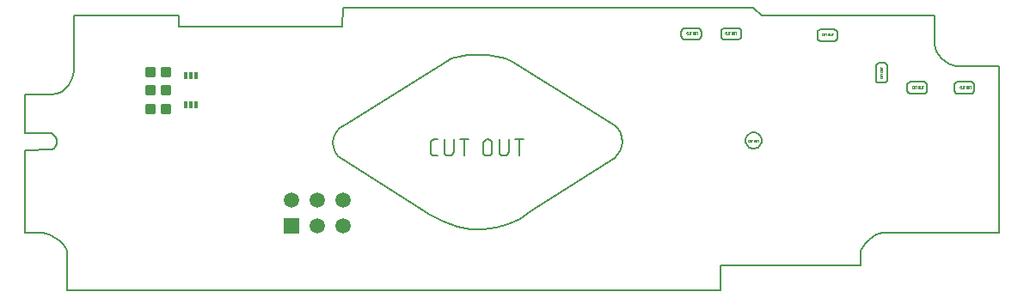
<source format=gbs>
G75*
%MOIN*%
%OFA0B0*%
%FSLAX25Y25*%
%IPPOS*%
%LPD*%
%AMOC8*
5,1,8,0,0,1.08239X$1,22.5*
%
%ADD10C,0.00600*%
%ADD11C,0.00500*%
%ADD12C,0.00800*%
%ADD13C,0.00000*%
%ADD14C,0.00975*%
%ADD15R,0.01581X0.03165*%
%ADD16R,0.01384X0.03165*%
%ADD17R,0.05900X0.05900*%
%ADD18C,0.05900*%
D10*
X0021423Y0038877D02*
X0021423Y0053068D01*
X0021193Y0054223D01*
X0020546Y0055511D01*
X0019546Y0056843D01*
X0018260Y0058131D01*
X0016751Y0059287D01*
X0015086Y0060221D01*
X0013329Y0060847D01*
X0011546Y0061075D01*
X0005020Y0061075D01*
X0005020Y0093285D01*
X0015209Y0093363D01*
X0016100Y0093845D01*
X0016736Y0094600D01*
X0017115Y0095536D01*
X0017240Y0096561D01*
X0017110Y0097585D01*
X0016728Y0098513D01*
X0016094Y0099256D01*
X0015209Y0099720D01*
X0005020Y0099735D01*
X0005020Y0114803D02*
X0015209Y0114803D01*
X0017371Y0115090D01*
X0019206Y0115887D01*
X0020725Y0117096D01*
X0021940Y0118620D01*
X0022864Y0120362D01*
X0023509Y0122225D01*
X0023887Y0124111D01*
X0024010Y0125924D01*
X0024010Y0145461D01*
X0064482Y0145461D02*
X0064482Y0141013D01*
X0127898Y0141164D01*
X0128159Y0148568D01*
X0287331Y0148568D01*
X0290523Y0145461D01*
X0357569Y0145461D01*
X0357592Y0134183D01*
X0357824Y0132969D01*
X0358388Y0131631D01*
X0359236Y0130256D01*
X0360319Y0128933D01*
X0361589Y0127750D01*
X0362996Y0126796D01*
X0364493Y0126160D01*
X0366029Y0125929D01*
X0366305Y0125935D01*
X0382514Y0125924D01*
X0382514Y0061075D01*
X0337320Y0061075D01*
X0336330Y0060907D01*
X0335071Y0060421D01*
X0333666Y0059641D01*
X0332239Y0058595D01*
X0330914Y0057307D01*
X0329814Y0055804D01*
X0329064Y0054111D01*
X0328786Y0052254D01*
X0328786Y0048361D01*
X0274578Y0048361D01*
X0274578Y0038877D01*
X0021423Y0038877D01*
X0126410Y0090966D02*
X0127945Y0089783D01*
X0161985Y0068189D01*
X0167243Y0065449D01*
X0172474Y0063607D01*
X0177638Y0062628D01*
X0182694Y0062478D01*
X0187600Y0063119D01*
X0192316Y0064518D01*
X0196799Y0066639D01*
X0201009Y0069447D01*
X0233615Y0090159D01*
X0234698Y0091402D01*
X0235563Y0092915D01*
X0236162Y0094612D01*
X0236449Y0096404D01*
X0236379Y0098204D01*
X0235903Y0099923D01*
X0234977Y0101475D01*
X0233553Y0102771D01*
X0193820Y0127595D01*
X0191312Y0128804D01*
X0188092Y0129643D01*
X0184420Y0130126D01*
X0180556Y0130263D01*
X0176760Y0130067D01*
X0173294Y0129549D01*
X0170418Y0128721D01*
X0168391Y0127595D01*
X0129125Y0103236D01*
X0127037Y0101738D01*
X0125577Y0099993D01*
X0124709Y0098097D01*
X0124394Y0096150D01*
X0124597Y0094247D01*
X0125282Y0092486D01*
X0126410Y0090966D01*
X0162217Y0092431D02*
X0162217Y0095986D01*
X0162219Y0096060D01*
X0162225Y0096135D01*
X0162235Y0096208D01*
X0162248Y0096282D01*
X0162265Y0096354D01*
X0162287Y0096425D01*
X0162311Y0096496D01*
X0162340Y0096564D01*
X0162372Y0096632D01*
X0162408Y0096697D01*
X0162446Y0096760D01*
X0162489Y0096822D01*
X0162534Y0096881D01*
X0162582Y0096937D01*
X0162633Y0096992D01*
X0162687Y0097043D01*
X0162744Y0097091D01*
X0162803Y0097136D01*
X0162865Y0097179D01*
X0162928Y0097217D01*
X0162993Y0097253D01*
X0163061Y0097285D01*
X0163129Y0097314D01*
X0163200Y0097338D01*
X0163271Y0097360D01*
X0163343Y0097377D01*
X0163417Y0097390D01*
X0163490Y0097400D01*
X0163565Y0097406D01*
X0163639Y0097408D01*
X0165061Y0097408D01*
X0167566Y0097408D02*
X0167566Y0092786D01*
X0167568Y0092703D01*
X0167574Y0092620D01*
X0167584Y0092537D01*
X0167597Y0092454D01*
X0167615Y0092373D01*
X0167636Y0092292D01*
X0167661Y0092213D01*
X0167690Y0092135D01*
X0167722Y0092058D01*
X0167758Y0091983D01*
X0167797Y0091909D01*
X0167840Y0091838D01*
X0167886Y0091768D01*
X0167936Y0091701D01*
X0167988Y0091636D01*
X0168043Y0091574D01*
X0168102Y0091514D01*
X0168163Y0091457D01*
X0168226Y0091403D01*
X0168292Y0091352D01*
X0168361Y0091305D01*
X0168431Y0091260D01*
X0168504Y0091219D01*
X0168578Y0091182D01*
X0168654Y0091147D01*
X0168732Y0091117D01*
X0168810Y0091090D01*
X0168891Y0091067D01*
X0168972Y0091047D01*
X0169054Y0091032D01*
X0169136Y0091020D01*
X0169219Y0091012D01*
X0169302Y0091008D01*
X0169386Y0091008D01*
X0169469Y0091012D01*
X0169552Y0091020D01*
X0169634Y0091032D01*
X0169716Y0091047D01*
X0169797Y0091067D01*
X0169878Y0091090D01*
X0169956Y0091117D01*
X0170034Y0091147D01*
X0170110Y0091182D01*
X0170184Y0091219D01*
X0170257Y0091260D01*
X0170327Y0091305D01*
X0170396Y0091352D01*
X0170462Y0091403D01*
X0170525Y0091457D01*
X0170586Y0091514D01*
X0170645Y0091574D01*
X0170700Y0091636D01*
X0170752Y0091701D01*
X0170802Y0091768D01*
X0170848Y0091838D01*
X0170891Y0091909D01*
X0170930Y0091983D01*
X0170966Y0092058D01*
X0170998Y0092135D01*
X0171027Y0092213D01*
X0171052Y0092292D01*
X0171073Y0092373D01*
X0171091Y0092454D01*
X0171104Y0092537D01*
X0171114Y0092620D01*
X0171120Y0092703D01*
X0171122Y0092786D01*
X0171121Y0092786D02*
X0171121Y0097408D01*
X0173515Y0097408D02*
X0177070Y0097408D01*
X0175292Y0097408D02*
X0175292Y0091008D01*
X0182541Y0092786D02*
X0182541Y0095631D01*
X0182540Y0095631D02*
X0182542Y0095714D01*
X0182548Y0095797D01*
X0182558Y0095880D01*
X0182571Y0095963D01*
X0182589Y0096044D01*
X0182610Y0096125D01*
X0182635Y0096204D01*
X0182664Y0096282D01*
X0182696Y0096359D01*
X0182732Y0096434D01*
X0182771Y0096508D01*
X0182814Y0096579D01*
X0182860Y0096649D01*
X0182910Y0096716D01*
X0182962Y0096781D01*
X0183017Y0096843D01*
X0183076Y0096903D01*
X0183137Y0096960D01*
X0183200Y0097014D01*
X0183266Y0097065D01*
X0183335Y0097112D01*
X0183405Y0097157D01*
X0183478Y0097198D01*
X0183552Y0097235D01*
X0183628Y0097270D01*
X0183706Y0097300D01*
X0183784Y0097327D01*
X0183865Y0097350D01*
X0183946Y0097370D01*
X0184028Y0097385D01*
X0184110Y0097397D01*
X0184193Y0097405D01*
X0184276Y0097409D01*
X0184360Y0097409D01*
X0184443Y0097405D01*
X0184526Y0097397D01*
X0184608Y0097385D01*
X0184690Y0097370D01*
X0184771Y0097350D01*
X0184852Y0097327D01*
X0184930Y0097300D01*
X0185008Y0097270D01*
X0185084Y0097235D01*
X0185158Y0097198D01*
X0185231Y0097157D01*
X0185301Y0097112D01*
X0185370Y0097065D01*
X0185436Y0097014D01*
X0185499Y0096960D01*
X0185560Y0096903D01*
X0185619Y0096843D01*
X0185674Y0096781D01*
X0185726Y0096716D01*
X0185776Y0096649D01*
X0185822Y0096579D01*
X0185865Y0096508D01*
X0185904Y0096434D01*
X0185940Y0096359D01*
X0185972Y0096282D01*
X0186001Y0096204D01*
X0186026Y0096125D01*
X0186047Y0096044D01*
X0186065Y0095963D01*
X0186078Y0095880D01*
X0186088Y0095797D01*
X0186094Y0095714D01*
X0186096Y0095631D01*
X0186096Y0092786D01*
X0186094Y0092703D01*
X0186088Y0092620D01*
X0186078Y0092537D01*
X0186065Y0092454D01*
X0186047Y0092373D01*
X0186026Y0092292D01*
X0186001Y0092213D01*
X0185972Y0092135D01*
X0185940Y0092058D01*
X0185904Y0091983D01*
X0185865Y0091909D01*
X0185822Y0091838D01*
X0185776Y0091768D01*
X0185726Y0091701D01*
X0185674Y0091636D01*
X0185619Y0091574D01*
X0185560Y0091514D01*
X0185499Y0091457D01*
X0185436Y0091403D01*
X0185370Y0091352D01*
X0185301Y0091305D01*
X0185231Y0091260D01*
X0185158Y0091219D01*
X0185084Y0091182D01*
X0185008Y0091147D01*
X0184930Y0091117D01*
X0184852Y0091090D01*
X0184771Y0091067D01*
X0184690Y0091047D01*
X0184608Y0091032D01*
X0184526Y0091020D01*
X0184443Y0091012D01*
X0184360Y0091008D01*
X0184276Y0091008D01*
X0184193Y0091012D01*
X0184110Y0091020D01*
X0184028Y0091032D01*
X0183946Y0091047D01*
X0183865Y0091067D01*
X0183784Y0091090D01*
X0183706Y0091117D01*
X0183628Y0091147D01*
X0183552Y0091182D01*
X0183478Y0091219D01*
X0183405Y0091260D01*
X0183335Y0091305D01*
X0183266Y0091352D01*
X0183200Y0091403D01*
X0183137Y0091457D01*
X0183076Y0091514D01*
X0183017Y0091574D01*
X0182962Y0091636D01*
X0182910Y0091701D01*
X0182860Y0091768D01*
X0182814Y0091838D01*
X0182771Y0091909D01*
X0182732Y0091983D01*
X0182696Y0092058D01*
X0182664Y0092135D01*
X0182635Y0092213D01*
X0182610Y0092292D01*
X0182589Y0092373D01*
X0182571Y0092454D01*
X0182558Y0092537D01*
X0182548Y0092620D01*
X0182542Y0092703D01*
X0182540Y0092786D01*
X0188900Y0092786D02*
X0188900Y0097408D01*
X0192455Y0097408D02*
X0192455Y0092786D01*
X0192456Y0092786D02*
X0192454Y0092703D01*
X0192448Y0092620D01*
X0192438Y0092537D01*
X0192425Y0092454D01*
X0192407Y0092373D01*
X0192386Y0092292D01*
X0192361Y0092213D01*
X0192332Y0092135D01*
X0192300Y0092058D01*
X0192264Y0091983D01*
X0192225Y0091909D01*
X0192182Y0091838D01*
X0192136Y0091768D01*
X0192086Y0091701D01*
X0192034Y0091636D01*
X0191979Y0091574D01*
X0191920Y0091514D01*
X0191859Y0091457D01*
X0191796Y0091403D01*
X0191730Y0091352D01*
X0191661Y0091305D01*
X0191591Y0091260D01*
X0191518Y0091219D01*
X0191444Y0091182D01*
X0191368Y0091147D01*
X0191290Y0091117D01*
X0191212Y0091090D01*
X0191131Y0091067D01*
X0191050Y0091047D01*
X0190968Y0091032D01*
X0190886Y0091020D01*
X0190803Y0091012D01*
X0190720Y0091008D01*
X0190636Y0091008D01*
X0190553Y0091012D01*
X0190470Y0091020D01*
X0190388Y0091032D01*
X0190306Y0091047D01*
X0190225Y0091067D01*
X0190144Y0091090D01*
X0190066Y0091117D01*
X0189988Y0091147D01*
X0189912Y0091182D01*
X0189838Y0091219D01*
X0189765Y0091260D01*
X0189695Y0091305D01*
X0189626Y0091352D01*
X0189560Y0091403D01*
X0189497Y0091457D01*
X0189436Y0091514D01*
X0189377Y0091574D01*
X0189322Y0091636D01*
X0189270Y0091701D01*
X0189220Y0091768D01*
X0189174Y0091838D01*
X0189131Y0091909D01*
X0189092Y0091983D01*
X0189056Y0092058D01*
X0189024Y0092135D01*
X0188995Y0092213D01*
X0188970Y0092292D01*
X0188949Y0092373D01*
X0188931Y0092454D01*
X0188918Y0092537D01*
X0188908Y0092620D01*
X0188902Y0092703D01*
X0188900Y0092786D01*
X0194849Y0097408D02*
X0198404Y0097408D01*
X0196626Y0097408D02*
X0196626Y0091008D01*
X0165061Y0091008D02*
X0163639Y0091008D01*
X0163639Y0091009D02*
X0163565Y0091011D01*
X0163490Y0091017D01*
X0163417Y0091027D01*
X0163343Y0091040D01*
X0163271Y0091057D01*
X0163200Y0091079D01*
X0163129Y0091103D01*
X0163061Y0091132D01*
X0162993Y0091164D01*
X0162928Y0091200D01*
X0162865Y0091238D01*
X0162803Y0091281D01*
X0162744Y0091326D01*
X0162687Y0091374D01*
X0162633Y0091425D01*
X0162582Y0091479D01*
X0162534Y0091536D01*
X0162489Y0091595D01*
X0162446Y0091657D01*
X0162408Y0091720D01*
X0162372Y0091785D01*
X0162340Y0091853D01*
X0162311Y0091921D01*
X0162287Y0091992D01*
X0162265Y0092063D01*
X0162248Y0092135D01*
X0162235Y0092209D01*
X0162225Y0092282D01*
X0162219Y0092357D01*
X0162217Y0092431D01*
X0259531Y0136897D02*
X0259454Y0137142D01*
X0259427Y0137405D01*
X0259427Y0139289D01*
X0259454Y0139552D01*
X0259531Y0139797D01*
X0259651Y0140020D01*
X0259812Y0140213D01*
X0260005Y0140374D01*
X0260228Y0140495D01*
X0260473Y0140571D01*
X0260736Y0140598D01*
X0265812Y0140598D01*
X0266075Y0140571D01*
X0266320Y0140495D01*
X0266542Y0140374D01*
X0266736Y0140213D01*
X0266896Y0140020D01*
X0267017Y0139797D01*
X0267094Y0139552D01*
X0267120Y0139289D01*
X0267120Y0137405D01*
X0267094Y0137142D01*
X0267017Y0136897D01*
X0266896Y0136675D01*
X0266736Y0136481D01*
X0266542Y0136321D01*
X0266320Y0136200D01*
X0266075Y0136123D01*
X0265812Y0136097D01*
X0260736Y0136097D01*
X0260473Y0136123D01*
X0260228Y0136200D01*
X0260005Y0136321D01*
X0259812Y0136481D01*
X0259651Y0136675D01*
X0259531Y0136897D01*
X0274855Y0137405D02*
X0274855Y0139289D01*
X0274882Y0139552D01*
X0274959Y0139797D01*
X0275079Y0140020D01*
X0275240Y0140213D01*
X0275433Y0140374D01*
X0275655Y0140495D01*
X0275901Y0140571D01*
X0276163Y0140598D01*
X0281240Y0140598D01*
X0281503Y0140571D01*
X0281748Y0140495D01*
X0281970Y0140374D01*
X0282164Y0140213D01*
X0282324Y0140020D01*
X0282445Y0139797D01*
X0282522Y0139552D01*
X0282548Y0139289D01*
X0282548Y0137405D01*
X0282522Y0137142D01*
X0282445Y0136897D01*
X0282324Y0136675D01*
X0282164Y0136481D01*
X0281970Y0136321D01*
X0281748Y0136200D01*
X0281503Y0136123D01*
X0281240Y0136097D01*
X0276163Y0136097D01*
X0275901Y0136123D01*
X0275655Y0136200D01*
X0275433Y0136321D01*
X0275240Y0136481D01*
X0275079Y0136675D01*
X0274959Y0136897D01*
X0274882Y0137142D01*
X0274855Y0137405D01*
X0312203Y0136890D02*
X0312203Y0138774D01*
X0312230Y0139037D01*
X0312307Y0139282D01*
X0312427Y0139504D01*
X0312588Y0139698D01*
X0312781Y0139858D01*
X0313003Y0139979D01*
X0313249Y0140056D01*
X0313511Y0140082D01*
X0318588Y0140082D01*
X0318851Y0140056D01*
X0319096Y0139979D01*
X0319318Y0139858D01*
X0319512Y0139698D01*
X0319672Y0139504D01*
X0319793Y0139282D01*
X0319870Y0139037D01*
X0319896Y0138774D01*
X0319896Y0136890D01*
X0319870Y0136627D01*
X0319793Y0136382D01*
X0319672Y0136160D01*
X0319512Y0135966D01*
X0319318Y0135806D01*
X0319096Y0135685D01*
X0318851Y0135608D01*
X0318588Y0135582D01*
X0313511Y0135582D01*
X0313249Y0135608D01*
X0313003Y0135685D01*
X0312781Y0135806D01*
X0312588Y0135966D01*
X0312427Y0136160D01*
X0312307Y0136382D01*
X0312230Y0136627D01*
X0312203Y0136890D01*
X0334887Y0126223D02*
X0335008Y0126445D01*
X0335168Y0126639D01*
X0335362Y0126799D01*
X0335584Y0126920D01*
X0335829Y0126996D01*
X0336092Y0127023D01*
X0337976Y0127023D01*
X0338239Y0126996D01*
X0338484Y0126920D01*
X0338707Y0126799D01*
X0338901Y0126639D01*
X0339061Y0126445D01*
X0339182Y0126223D01*
X0339258Y0125978D01*
X0339285Y0125715D01*
X0339285Y0120638D01*
X0339258Y0120375D01*
X0339182Y0120130D01*
X0339061Y0119908D01*
X0338901Y0119714D01*
X0338707Y0119554D01*
X0338484Y0119433D01*
X0338239Y0119357D01*
X0337976Y0119330D01*
X0336092Y0119330D01*
X0335829Y0119357D01*
X0335584Y0119433D01*
X0335362Y0119554D01*
X0335168Y0119714D01*
X0335008Y0119908D01*
X0334887Y0120130D01*
X0334811Y0120375D01*
X0334784Y0120638D01*
X0334784Y0125715D01*
X0334811Y0125978D01*
X0334887Y0126223D01*
X0347197Y0119106D02*
X0347357Y0119300D01*
X0347551Y0119460D01*
X0347773Y0119581D01*
X0348018Y0119658D01*
X0348281Y0119684D01*
X0353357Y0119684D01*
X0353620Y0119658D01*
X0353865Y0119581D01*
X0354088Y0119460D01*
X0354281Y0119300D01*
X0354442Y0119106D01*
X0354562Y0118884D01*
X0354639Y0118639D01*
X0354666Y0118376D01*
X0354666Y0116492D01*
X0354639Y0116229D01*
X0354562Y0115984D01*
X0354442Y0115761D01*
X0354281Y0115567D01*
X0354088Y0115407D01*
X0353865Y0115286D01*
X0353620Y0115210D01*
X0353357Y0115183D01*
X0348281Y0115183D01*
X0348018Y0115210D01*
X0347773Y0115286D01*
X0347551Y0115407D01*
X0347357Y0115567D01*
X0347197Y0115761D01*
X0347076Y0115984D01*
X0346999Y0116229D01*
X0346973Y0116492D01*
X0346973Y0118376D01*
X0346999Y0118639D01*
X0347076Y0118884D01*
X0347197Y0119106D01*
X0365296Y0118376D02*
X0365296Y0116492D01*
X0365323Y0116229D01*
X0365399Y0115984D01*
X0365520Y0115761D01*
X0365681Y0115567D01*
X0365874Y0115407D01*
X0366097Y0115286D01*
X0366342Y0115210D01*
X0366605Y0115183D01*
X0371681Y0115183D01*
X0371944Y0115210D01*
X0372189Y0115286D01*
X0372411Y0115407D01*
X0372605Y0115567D01*
X0372765Y0115761D01*
X0372886Y0115984D01*
X0372962Y0116229D01*
X0372989Y0116492D01*
X0372989Y0118376D01*
X0372962Y0118639D01*
X0372886Y0118884D01*
X0372765Y0119106D01*
X0372605Y0119300D01*
X0372411Y0119460D01*
X0372189Y0119581D01*
X0371944Y0119658D01*
X0371681Y0119684D01*
X0366605Y0119684D01*
X0366342Y0119658D01*
X0366097Y0119581D01*
X0365874Y0119460D01*
X0365681Y0119300D01*
X0365520Y0119106D01*
X0365399Y0118884D01*
X0365323Y0118639D01*
X0365296Y0118376D01*
X0290480Y0097559D02*
X0290544Y0096924D01*
X0290484Y0097539D01*
X0290305Y0098129D01*
X0290014Y0098674D01*
X0289622Y0099151D01*
X0289145Y0099543D01*
X0288600Y0099834D01*
X0288009Y0100013D01*
X0287395Y0100074D01*
X0286780Y0100013D01*
X0286189Y0099834D01*
X0285645Y0099543D01*
X0285168Y0099151D01*
X0284776Y0098674D01*
X0284485Y0098129D01*
X0284306Y0097539D01*
X0284245Y0096924D01*
X0284306Y0096310D01*
X0284485Y0095719D01*
X0284776Y0095174D01*
X0285168Y0094697D01*
X0285645Y0094305D01*
X0286189Y0094014D01*
X0286780Y0093835D01*
X0287395Y0093774D01*
X0288009Y0093835D01*
X0288600Y0094014D01*
X0289145Y0094305D01*
X0289622Y0094697D01*
X0289156Y0094312D01*
X0288621Y0094022D01*
X0288029Y0093839D01*
X0287395Y0093774D01*
X0286760Y0093839D01*
X0286169Y0094022D01*
X0285634Y0094312D01*
X0285168Y0094697D01*
X0284783Y0095163D01*
X0284493Y0095698D01*
X0284309Y0096289D01*
X0284245Y0096924D01*
X0284309Y0097559D01*
X0284493Y0098150D01*
X0284783Y0098685D01*
X0285168Y0099151D01*
X0285634Y0099536D01*
X0286169Y0099826D01*
X0286760Y0100010D01*
X0287395Y0100074D01*
X0288029Y0100010D01*
X0288621Y0099826D01*
X0289156Y0099536D01*
X0289622Y0099151D01*
X0290007Y0098685D01*
X0290297Y0098150D01*
X0290480Y0097559D01*
X0290544Y0096924D02*
X0290484Y0096310D01*
X0290305Y0095719D01*
X0290014Y0095174D01*
X0289622Y0094697D01*
X0290007Y0095163D01*
X0290297Y0095698D01*
X0290480Y0096289D01*
X0290544Y0096924D01*
D11*
X0005020Y0099735D02*
X0005020Y0114803D01*
D12*
X0024010Y0145461D02*
X0064482Y0145461D01*
D13*
X0261417Y0138831D02*
X0261417Y0138386D01*
X0261419Y0138361D01*
X0261424Y0138336D01*
X0261433Y0138312D01*
X0261445Y0138290D01*
X0261460Y0138269D01*
X0261478Y0138251D01*
X0261499Y0138236D01*
X0261521Y0138224D01*
X0261545Y0138215D01*
X0261570Y0138210D01*
X0261595Y0138208D01*
X0261772Y0138208D01*
X0262042Y0138431D02*
X0262042Y0139008D01*
X0261772Y0139008D02*
X0261595Y0139008D01*
X0261595Y0139009D02*
X0261570Y0139007D01*
X0261545Y0139002D01*
X0261521Y0138993D01*
X0261499Y0138981D01*
X0261478Y0138966D01*
X0261460Y0138948D01*
X0261445Y0138927D01*
X0261433Y0138905D01*
X0261424Y0138881D01*
X0261419Y0138856D01*
X0261417Y0138831D01*
X0262042Y0138431D02*
X0262044Y0138402D01*
X0262050Y0138374D01*
X0262059Y0138346D01*
X0262072Y0138320D01*
X0262088Y0138296D01*
X0262107Y0138274D01*
X0262129Y0138255D01*
X0262153Y0138239D01*
X0262179Y0138226D01*
X0262207Y0138217D01*
X0262235Y0138211D01*
X0262264Y0138209D01*
X0262293Y0138211D01*
X0262321Y0138217D01*
X0262349Y0138226D01*
X0262375Y0138239D01*
X0262399Y0138255D01*
X0262421Y0138274D01*
X0262440Y0138296D01*
X0262456Y0138320D01*
X0262469Y0138346D01*
X0262478Y0138374D01*
X0262484Y0138402D01*
X0262486Y0138431D01*
X0262486Y0139008D01*
X0262738Y0139008D02*
X0263182Y0139008D01*
X0262960Y0139008D02*
X0262960Y0138208D01*
X0263794Y0138431D02*
X0263794Y0138786D01*
X0263796Y0138815D01*
X0263802Y0138843D01*
X0263811Y0138871D01*
X0263824Y0138897D01*
X0263840Y0138921D01*
X0263859Y0138943D01*
X0263881Y0138962D01*
X0263905Y0138978D01*
X0263931Y0138991D01*
X0263959Y0139000D01*
X0263987Y0139006D01*
X0264016Y0139008D01*
X0264045Y0139006D01*
X0264073Y0139000D01*
X0264101Y0138991D01*
X0264127Y0138978D01*
X0264151Y0138962D01*
X0264173Y0138943D01*
X0264192Y0138921D01*
X0264208Y0138897D01*
X0264221Y0138871D01*
X0264230Y0138843D01*
X0264236Y0138815D01*
X0264238Y0138786D01*
X0264238Y0138431D01*
X0264236Y0138402D01*
X0264230Y0138374D01*
X0264221Y0138346D01*
X0264208Y0138320D01*
X0264192Y0138296D01*
X0264173Y0138274D01*
X0264151Y0138255D01*
X0264127Y0138239D01*
X0264101Y0138226D01*
X0264073Y0138217D01*
X0264045Y0138211D01*
X0264016Y0138209D01*
X0263987Y0138211D01*
X0263959Y0138217D01*
X0263931Y0138226D01*
X0263905Y0138239D01*
X0263881Y0138255D01*
X0263859Y0138274D01*
X0263840Y0138296D01*
X0263824Y0138320D01*
X0263811Y0138346D01*
X0263802Y0138374D01*
X0263796Y0138402D01*
X0263794Y0138431D01*
X0264538Y0138431D02*
X0264538Y0139008D01*
X0264982Y0139008D02*
X0264982Y0138431D01*
X0264980Y0138402D01*
X0264974Y0138374D01*
X0264965Y0138346D01*
X0264952Y0138320D01*
X0264936Y0138296D01*
X0264917Y0138274D01*
X0264895Y0138255D01*
X0264871Y0138239D01*
X0264845Y0138226D01*
X0264817Y0138217D01*
X0264789Y0138211D01*
X0264760Y0138209D01*
X0264731Y0138211D01*
X0264703Y0138217D01*
X0264675Y0138226D01*
X0264649Y0138239D01*
X0264625Y0138255D01*
X0264603Y0138274D01*
X0264584Y0138296D01*
X0264568Y0138320D01*
X0264555Y0138346D01*
X0264546Y0138374D01*
X0264540Y0138402D01*
X0264538Y0138431D01*
X0265234Y0139008D02*
X0265678Y0139008D01*
X0265456Y0139008D02*
X0265456Y0138208D01*
X0276417Y0138386D02*
X0276417Y0138831D01*
X0276419Y0138856D01*
X0276424Y0138881D01*
X0276433Y0138905D01*
X0276445Y0138927D01*
X0276460Y0138948D01*
X0276478Y0138966D01*
X0276499Y0138981D01*
X0276521Y0138993D01*
X0276545Y0139002D01*
X0276570Y0139007D01*
X0276595Y0139009D01*
X0276595Y0139008D02*
X0276772Y0139008D01*
X0277042Y0139008D02*
X0277042Y0138431D01*
X0277044Y0138402D01*
X0277050Y0138374D01*
X0277059Y0138346D01*
X0277072Y0138320D01*
X0277088Y0138296D01*
X0277107Y0138274D01*
X0277129Y0138255D01*
X0277153Y0138239D01*
X0277179Y0138226D01*
X0277207Y0138217D01*
X0277235Y0138211D01*
X0277264Y0138209D01*
X0277293Y0138211D01*
X0277321Y0138217D01*
X0277349Y0138226D01*
X0277375Y0138239D01*
X0277399Y0138255D01*
X0277421Y0138274D01*
X0277440Y0138296D01*
X0277456Y0138320D01*
X0277469Y0138346D01*
X0277478Y0138374D01*
X0277484Y0138402D01*
X0277486Y0138431D01*
X0277486Y0139008D01*
X0277738Y0139008D02*
X0278182Y0139008D01*
X0277960Y0139008D02*
X0277960Y0138208D01*
X0278794Y0138431D02*
X0278794Y0138786D01*
X0278796Y0138815D01*
X0278802Y0138843D01*
X0278811Y0138871D01*
X0278824Y0138897D01*
X0278840Y0138921D01*
X0278859Y0138943D01*
X0278881Y0138962D01*
X0278905Y0138978D01*
X0278931Y0138991D01*
X0278959Y0139000D01*
X0278987Y0139006D01*
X0279016Y0139008D01*
X0279045Y0139006D01*
X0279073Y0139000D01*
X0279101Y0138991D01*
X0279127Y0138978D01*
X0279151Y0138962D01*
X0279173Y0138943D01*
X0279192Y0138921D01*
X0279208Y0138897D01*
X0279221Y0138871D01*
X0279230Y0138843D01*
X0279236Y0138815D01*
X0279238Y0138786D01*
X0279238Y0138431D01*
X0279236Y0138402D01*
X0279230Y0138374D01*
X0279221Y0138346D01*
X0279208Y0138320D01*
X0279192Y0138296D01*
X0279173Y0138274D01*
X0279151Y0138255D01*
X0279127Y0138239D01*
X0279101Y0138226D01*
X0279073Y0138217D01*
X0279045Y0138211D01*
X0279016Y0138209D01*
X0278987Y0138211D01*
X0278959Y0138217D01*
X0278931Y0138226D01*
X0278905Y0138239D01*
X0278881Y0138255D01*
X0278859Y0138274D01*
X0278840Y0138296D01*
X0278824Y0138320D01*
X0278811Y0138346D01*
X0278802Y0138374D01*
X0278796Y0138402D01*
X0278794Y0138431D01*
X0279538Y0138431D02*
X0279538Y0139008D01*
X0279982Y0139008D02*
X0279982Y0138431D01*
X0279980Y0138402D01*
X0279974Y0138374D01*
X0279965Y0138346D01*
X0279952Y0138320D01*
X0279936Y0138296D01*
X0279917Y0138274D01*
X0279895Y0138255D01*
X0279871Y0138239D01*
X0279845Y0138226D01*
X0279817Y0138217D01*
X0279789Y0138211D01*
X0279760Y0138209D01*
X0279731Y0138211D01*
X0279703Y0138217D01*
X0279675Y0138226D01*
X0279649Y0138239D01*
X0279625Y0138255D01*
X0279603Y0138274D01*
X0279584Y0138296D01*
X0279568Y0138320D01*
X0279555Y0138346D01*
X0279546Y0138374D01*
X0279540Y0138402D01*
X0279538Y0138431D01*
X0280234Y0139008D02*
X0280678Y0139008D01*
X0280456Y0139008D02*
X0280456Y0138208D01*
X0276772Y0138208D02*
X0276595Y0138208D01*
X0276570Y0138210D01*
X0276545Y0138215D01*
X0276521Y0138224D01*
X0276499Y0138236D01*
X0276478Y0138251D01*
X0276460Y0138269D01*
X0276445Y0138290D01*
X0276433Y0138312D01*
X0276424Y0138336D01*
X0276419Y0138361D01*
X0276417Y0138386D01*
X0313917Y0138331D02*
X0313917Y0137886D01*
X0313919Y0137861D01*
X0313924Y0137836D01*
X0313933Y0137812D01*
X0313945Y0137790D01*
X0313960Y0137769D01*
X0313978Y0137751D01*
X0313999Y0137736D01*
X0314021Y0137724D01*
X0314045Y0137715D01*
X0314070Y0137710D01*
X0314095Y0137708D01*
X0314272Y0137708D01*
X0314542Y0137931D02*
X0314542Y0138508D01*
X0314272Y0138508D02*
X0314095Y0138508D01*
X0314095Y0138509D02*
X0314070Y0138507D01*
X0314045Y0138502D01*
X0314021Y0138493D01*
X0313999Y0138481D01*
X0313978Y0138466D01*
X0313960Y0138448D01*
X0313945Y0138427D01*
X0313933Y0138405D01*
X0313924Y0138381D01*
X0313919Y0138356D01*
X0313917Y0138331D01*
X0314542Y0137931D02*
X0314544Y0137902D01*
X0314550Y0137874D01*
X0314559Y0137846D01*
X0314572Y0137820D01*
X0314588Y0137796D01*
X0314607Y0137774D01*
X0314629Y0137755D01*
X0314653Y0137739D01*
X0314679Y0137726D01*
X0314707Y0137717D01*
X0314735Y0137711D01*
X0314764Y0137709D01*
X0314793Y0137711D01*
X0314821Y0137717D01*
X0314849Y0137726D01*
X0314875Y0137739D01*
X0314899Y0137755D01*
X0314921Y0137774D01*
X0314940Y0137796D01*
X0314956Y0137820D01*
X0314969Y0137846D01*
X0314978Y0137874D01*
X0314984Y0137902D01*
X0314986Y0137931D01*
X0314986Y0138508D01*
X0315238Y0138508D02*
X0315682Y0138508D01*
X0315460Y0138508D02*
X0315460Y0137708D01*
X0316294Y0137931D02*
X0316294Y0138286D01*
X0316296Y0138315D01*
X0316302Y0138343D01*
X0316311Y0138371D01*
X0316324Y0138397D01*
X0316340Y0138421D01*
X0316359Y0138443D01*
X0316381Y0138462D01*
X0316405Y0138478D01*
X0316431Y0138491D01*
X0316459Y0138500D01*
X0316487Y0138506D01*
X0316516Y0138508D01*
X0316545Y0138506D01*
X0316573Y0138500D01*
X0316601Y0138491D01*
X0316627Y0138478D01*
X0316651Y0138462D01*
X0316673Y0138443D01*
X0316692Y0138421D01*
X0316708Y0138397D01*
X0316721Y0138371D01*
X0316730Y0138343D01*
X0316736Y0138315D01*
X0316738Y0138286D01*
X0316738Y0137931D01*
X0316736Y0137902D01*
X0316730Y0137874D01*
X0316721Y0137846D01*
X0316708Y0137820D01*
X0316692Y0137796D01*
X0316673Y0137774D01*
X0316651Y0137755D01*
X0316627Y0137739D01*
X0316601Y0137726D01*
X0316573Y0137717D01*
X0316545Y0137711D01*
X0316516Y0137709D01*
X0316487Y0137711D01*
X0316459Y0137717D01*
X0316431Y0137726D01*
X0316405Y0137739D01*
X0316381Y0137755D01*
X0316359Y0137774D01*
X0316340Y0137796D01*
X0316324Y0137820D01*
X0316311Y0137846D01*
X0316302Y0137874D01*
X0316296Y0137902D01*
X0316294Y0137931D01*
X0317038Y0137931D02*
X0317038Y0138508D01*
X0317482Y0138508D02*
X0317482Y0137931D01*
X0317480Y0137902D01*
X0317474Y0137874D01*
X0317465Y0137846D01*
X0317452Y0137820D01*
X0317436Y0137796D01*
X0317417Y0137774D01*
X0317395Y0137755D01*
X0317371Y0137739D01*
X0317345Y0137726D01*
X0317317Y0137717D01*
X0317289Y0137711D01*
X0317260Y0137709D01*
X0317231Y0137711D01*
X0317203Y0137717D01*
X0317175Y0137726D01*
X0317149Y0137739D01*
X0317125Y0137755D01*
X0317103Y0137774D01*
X0317084Y0137796D01*
X0317068Y0137820D01*
X0317055Y0137846D01*
X0317046Y0137874D01*
X0317040Y0137902D01*
X0317038Y0137931D01*
X0317734Y0138508D02*
X0318178Y0138508D01*
X0317956Y0138508D02*
X0317956Y0137708D01*
X0336617Y0125470D02*
X0336617Y0125025D01*
X0336617Y0125248D02*
X0337417Y0125248D01*
X0337195Y0124774D02*
X0336617Y0124774D01*
X0336617Y0124329D02*
X0337195Y0124329D01*
X0337195Y0124330D02*
X0337224Y0124332D01*
X0337252Y0124338D01*
X0337280Y0124347D01*
X0337306Y0124360D01*
X0337330Y0124376D01*
X0337352Y0124395D01*
X0337371Y0124417D01*
X0337387Y0124441D01*
X0337400Y0124467D01*
X0337409Y0124495D01*
X0337415Y0124523D01*
X0337417Y0124552D01*
X0337415Y0124581D01*
X0337409Y0124609D01*
X0337400Y0124637D01*
X0337387Y0124663D01*
X0337371Y0124687D01*
X0337352Y0124709D01*
X0337330Y0124728D01*
X0337306Y0124744D01*
X0337280Y0124757D01*
X0337252Y0124766D01*
X0337224Y0124772D01*
X0337195Y0124774D01*
X0337195Y0124030D02*
X0336839Y0124030D01*
X0336810Y0124028D01*
X0336782Y0124022D01*
X0336754Y0124013D01*
X0336728Y0124000D01*
X0336704Y0123984D01*
X0336682Y0123965D01*
X0336663Y0123943D01*
X0336647Y0123919D01*
X0336634Y0123893D01*
X0336625Y0123865D01*
X0336619Y0123837D01*
X0336617Y0123808D01*
X0336619Y0123779D01*
X0336625Y0123751D01*
X0336634Y0123723D01*
X0336647Y0123697D01*
X0336663Y0123673D01*
X0336682Y0123651D01*
X0336704Y0123632D01*
X0336728Y0123616D01*
X0336754Y0123603D01*
X0336782Y0123594D01*
X0336810Y0123588D01*
X0336839Y0123586D01*
X0336839Y0123585D02*
X0337195Y0123585D01*
X0337195Y0123586D02*
X0337224Y0123588D01*
X0337252Y0123594D01*
X0337280Y0123603D01*
X0337306Y0123616D01*
X0337330Y0123632D01*
X0337352Y0123651D01*
X0337371Y0123673D01*
X0337387Y0123697D01*
X0337400Y0123723D01*
X0337409Y0123751D01*
X0337415Y0123779D01*
X0337417Y0123808D01*
X0337415Y0123837D01*
X0337409Y0123865D01*
X0337400Y0123893D01*
X0337387Y0123919D01*
X0337371Y0123943D01*
X0337352Y0123965D01*
X0337330Y0123984D01*
X0337306Y0124000D01*
X0337280Y0124013D01*
X0337252Y0124022D01*
X0337224Y0124028D01*
X0337195Y0124030D01*
X0336617Y0122974D02*
X0336617Y0122529D01*
X0336617Y0122752D02*
X0337417Y0122752D01*
X0337195Y0122278D02*
X0336617Y0122278D01*
X0336617Y0121833D02*
X0337195Y0121833D01*
X0337195Y0121834D02*
X0337224Y0121836D01*
X0337252Y0121842D01*
X0337280Y0121851D01*
X0337306Y0121864D01*
X0337330Y0121880D01*
X0337352Y0121899D01*
X0337371Y0121921D01*
X0337387Y0121945D01*
X0337400Y0121971D01*
X0337409Y0121999D01*
X0337415Y0122027D01*
X0337417Y0122056D01*
X0337415Y0122085D01*
X0337409Y0122113D01*
X0337400Y0122141D01*
X0337387Y0122167D01*
X0337371Y0122191D01*
X0337352Y0122213D01*
X0337330Y0122232D01*
X0337306Y0122248D01*
X0337280Y0122261D01*
X0337252Y0122270D01*
X0337224Y0122276D01*
X0337195Y0122278D01*
X0337417Y0121564D02*
X0337417Y0121386D01*
X0337415Y0121361D01*
X0337410Y0121336D01*
X0337401Y0121312D01*
X0337389Y0121290D01*
X0337374Y0121269D01*
X0337356Y0121251D01*
X0337335Y0121236D01*
X0337313Y0121224D01*
X0337289Y0121215D01*
X0337264Y0121210D01*
X0337239Y0121208D01*
X0336795Y0121208D01*
X0336770Y0121210D01*
X0336745Y0121215D01*
X0336721Y0121224D01*
X0336699Y0121236D01*
X0336678Y0121251D01*
X0336660Y0121269D01*
X0336645Y0121290D01*
X0336633Y0121312D01*
X0336624Y0121336D01*
X0336619Y0121361D01*
X0336617Y0121386D01*
X0336617Y0121564D01*
X0348917Y0117831D02*
X0348917Y0117386D01*
X0348919Y0117361D01*
X0348924Y0117336D01*
X0348933Y0117312D01*
X0348945Y0117290D01*
X0348960Y0117269D01*
X0348978Y0117251D01*
X0348999Y0117236D01*
X0349021Y0117224D01*
X0349045Y0117215D01*
X0349070Y0117210D01*
X0349095Y0117208D01*
X0349272Y0117208D01*
X0349542Y0117431D02*
X0349542Y0118008D01*
X0349272Y0118008D02*
X0349095Y0118008D01*
X0349095Y0118009D02*
X0349070Y0118007D01*
X0349045Y0118002D01*
X0349021Y0117993D01*
X0348999Y0117981D01*
X0348978Y0117966D01*
X0348960Y0117948D01*
X0348945Y0117927D01*
X0348933Y0117905D01*
X0348924Y0117881D01*
X0348919Y0117856D01*
X0348917Y0117831D01*
X0349542Y0117431D02*
X0349544Y0117402D01*
X0349550Y0117374D01*
X0349559Y0117346D01*
X0349572Y0117320D01*
X0349588Y0117296D01*
X0349607Y0117274D01*
X0349629Y0117255D01*
X0349653Y0117239D01*
X0349679Y0117226D01*
X0349707Y0117217D01*
X0349735Y0117211D01*
X0349764Y0117209D01*
X0349793Y0117211D01*
X0349821Y0117217D01*
X0349849Y0117226D01*
X0349875Y0117239D01*
X0349899Y0117255D01*
X0349921Y0117274D01*
X0349940Y0117296D01*
X0349956Y0117320D01*
X0349969Y0117346D01*
X0349978Y0117374D01*
X0349984Y0117402D01*
X0349986Y0117431D01*
X0349986Y0118008D01*
X0350238Y0118008D02*
X0350682Y0118008D01*
X0350460Y0118008D02*
X0350460Y0117208D01*
X0351294Y0117431D02*
X0351294Y0117786D01*
X0351296Y0117815D01*
X0351302Y0117843D01*
X0351311Y0117871D01*
X0351324Y0117897D01*
X0351340Y0117921D01*
X0351359Y0117943D01*
X0351381Y0117962D01*
X0351405Y0117978D01*
X0351431Y0117991D01*
X0351459Y0118000D01*
X0351487Y0118006D01*
X0351516Y0118008D01*
X0351545Y0118006D01*
X0351573Y0118000D01*
X0351601Y0117991D01*
X0351627Y0117978D01*
X0351651Y0117962D01*
X0351673Y0117943D01*
X0351692Y0117921D01*
X0351708Y0117897D01*
X0351721Y0117871D01*
X0351730Y0117843D01*
X0351736Y0117815D01*
X0351738Y0117786D01*
X0351738Y0117431D01*
X0351736Y0117402D01*
X0351730Y0117374D01*
X0351721Y0117346D01*
X0351708Y0117320D01*
X0351692Y0117296D01*
X0351673Y0117274D01*
X0351651Y0117255D01*
X0351627Y0117239D01*
X0351601Y0117226D01*
X0351573Y0117217D01*
X0351545Y0117211D01*
X0351516Y0117209D01*
X0351487Y0117211D01*
X0351459Y0117217D01*
X0351431Y0117226D01*
X0351405Y0117239D01*
X0351381Y0117255D01*
X0351359Y0117274D01*
X0351340Y0117296D01*
X0351324Y0117320D01*
X0351311Y0117346D01*
X0351302Y0117374D01*
X0351296Y0117402D01*
X0351294Y0117431D01*
X0352038Y0117431D02*
X0352038Y0118008D01*
X0352482Y0118008D02*
X0352482Y0117431D01*
X0352480Y0117402D01*
X0352474Y0117374D01*
X0352465Y0117346D01*
X0352452Y0117320D01*
X0352436Y0117296D01*
X0352417Y0117274D01*
X0352395Y0117255D01*
X0352371Y0117239D01*
X0352345Y0117226D01*
X0352317Y0117217D01*
X0352289Y0117211D01*
X0352260Y0117209D01*
X0352231Y0117211D01*
X0352203Y0117217D01*
X0352175Y0117226D01*
X0352149Y0117239D01*
X0352125Y0117255D01*
X0352103Y0117274D01*
X0352084Y0117296D01*
X0352068Y0117320D01*
X0352055Y0117346D01*
X0352046Y0117374D01*
X0352040Y0117402D01*
X0352038Y0117431D01*
X0352734Y0118008D02*
X0353178Y0118008D01*
X0352956Y0118008D02*
X0352956Y0117208D01*
X0367417Y0117386D02*
X0367417Y0117831D01*
X0367419Y0117856D01*
X0367424Y0117881D01*
X0367433Y0117905D01*
X0367445Y0117927D01*
X0367460Y0117948D01*
X0367478Y0117966D01*
X0367499Y0117981D01*
X0367521Y0117993D01*
X0367545Y0118002D01*
X0367570Y0118007D01*
X0367595Y0118009D01*
X0367595Y0118008D02*
X0367772Y0118008D01*
X0368042Y0118008D02*
X0368042Y0117431D01*
X0368044Y0117402D01*
X0368050Y0117374D01*
X0368059Y0117346D01*
X0368072Y0117320D01*
X0368088Y0117296D01*
X0368107Y0117274D01*
X0368129Y0117255D01*
X0368153Y0117239D01*
X0368179Y0117226D01*
X0368207Y0117217D01*
X0368235Y0117211D01*
X0368264Y0117209D01*
X0368293Y0117211D01*
X0368321Y0117217D01*
X0368349Y0117226D01*
X0368375Y0117239D01*
X0368399Y0117255D01*
X0368421Y0117274D01*
X0368440Y0117296D01*
X0368456Y0117320D01*
X0368469Y0117346D01*
X0368478Y0117374D01*
X0368484Y0117402D01*
X0368486Y0117431D01*
X0368486Y0118008D01*
X0368738Y0118008D02*
X0369182Y0118008D01*
X0368960Y0118008D02*
X0368960Y0117208D01*
X0369794Y0117431D02*
X0369794Y0117786D01*
X0369796Y0117815D01*
X0369802Y0117843D01*
X0369811Y0117871D01*
X0369824Y0117897D01*
X0369840Y0117921D01*
X0369859Y0117943D01*
X0369881Y0117962D01*
X0369905Y0117978D01*
X0369931Y0117991D01*
X0369959Y0118000D01*
X0369987Y0118006D01*
X0370016Y0118008D01*
X0370045Y0118006D01*
X0370073Y0118000D01*
X0370101Y0117991D01*
X0370127Y0117978D01*
X0370151Y0117962D01*
X0370173Y0117943D01*
X0370192Y0117921D01*
X0370208Y0117897D01*
X0370221Y0117871D01*
X0370230Y0117843D01*
X0370236Y0117815D01*
X0370238Y0117786D01*
X0370238Y0117431D01*
X0370236Y0117402D01*
X0370230Y0117374D01*
X0370221Y0117346D01*
X0370208Y0117320D01*
X0370192Y0117296D01*
X0370173Y0117274D01*
X0370151Y0117255D01*
X0370127Y0117239D01*
X0370101Y0117226D01*
X0370073Y0117217D01*
X0370045Y0117211D01*
X0370016Y0117209D01*
X0369987Y0117211D01*
X0369959Y0117217D01*
X0369931Y0117226D01*
X0369905Y0117239D01*
X0369881Y0117255D01*
X0369859Y0117274D01*
X0369840Y0117296D01*
X0369824Y0117320D01*
X0369811Y0117346D01*
X0369802Y0117374D01*
X0369796Y0117402D01*
X0369794Y0117431D01*
X0370538Y0117431D02*
X0370538Y0118008D01*
X0370982Y0118008D02*
X0370982Y0117431D01*
X0370980Y0117402D01*
X0370974Y0117374D01*
X0370965Y0117346D01*
X0370952Y0117320D01*
X0370936Y0117296D01*
X0370917Y0117274D01*
X0370895Y0117255D01*
X0370871Y0117239D01*
X0370845Y0117226D01*
X0370817Y0117217D01*
X0370789Y0117211D01*
X0370760Y0117209D01*
X0370731Y0117211D01*
X0370703Y0117217D01*
X0370675Y0117226D01*
X0370649Y0117239D01*
X0370625Y0117255D01*
X0370603Y0117274D01*
X0370584Y0117296D01*
X0370568Y0117320D01*
X0370555Y0117346D01*
X0370546Y0117374D01*
X0370540Y0117402D01*
X0370538Y0117431D01*
X0371234Y0118008D02*
X0371678Y0118008D01*
X0371456Y0118008D02*
X0371456Y0117208D01*
X0367772Y0117208D02*
X0367595Y0117208D01*
X0367570Y0117210D01*
X0367545Y0117215D01*
X0367521Y0117224D01*
X0367499Y0117236D01*
X0367478Y0117251D01*
X0367460Y0117269D01*
X0367445Y0117290D01*
X0367433Y0117312D01*
X0367424Y0117336D01*
X0367419Y0117361D01*
X0367417Y0117386D01*
X0289417Y0097208D02*
X0288972Y0097208D01*
X0289195Y0097208D02*
X0289195Y0096408D01*
X0288721Y0096631D02*
X0288721Y0097208D01*
X0288276Y0097208D02*
X0288276Y0096631D01*
X0288277Y0096631D02*
X0288279Y0096602D01*
X0288285Y0096574D01*
X0288294Y0096546D01*
X0288307Y0096520D01*
X0288323Y0096496D01*
X0288342Y0096474D01*
X0288364Y0096455D01*
X0288388Y0096439D01*
X0288414Y0096426D01*
X0288442Y0096417D01*
X0288470Y0096411D01*
X0288499Y0096409D01*
X0288528Y0096411D01*
X0288556Y0096417D01*
X0288584Y0096426D01*
X0288610Y0096439D01*
X0288634Y0096455D01*
X0288656Y0096474D01*
X0288675Y0096496D01*
X0288691Y0096520D01*
X0288704Y0096546D01*
X0288713Y0096574D01*
X0288719Y0096602D01*
X0288721Y0096631D01*
X0287977Y0096631D02*
X0287977Y0096986D01*
X0287975Y0097015D01*
X0287969Y0097043D01*
X0287960Y0097071D01*
X0287947Y0097097D01*
X0287931Y0097121D01*
X0287912Y0097143D01*
X0287890Y0097162D01*
X0287866Y0097178D01*
X0287840Y0097191D01*
X0287812Y0097200D01*
X0287784Y0097206D01*
X0287755Y0097208D01*
X0287726Y0097206D01*
X0287698Y0097200D01*
X0287670Y0097191D01*
X0287644Y0097178D01*
X0287620Y0097162D01*
X0287598Y0097143D01*
X0287579Y0097121D01*
X0287563Y0097097D01*
X0287550Y0097071D01*
X0287541Y0097043D01*
X0287535Y0097015D01*
X0287533Y0096986D01*
X0287532Y0096986D02*
X0287532Y0096631D01*
X0287533Y0096631D02*
X0287535Y0096602D01*
X0287541Y0096574D01*
X0287550Y0096546D01*
X0287563Y0096520D01*
X0287579Y0096496D01*
X0287598Y0096474D01*
X0287620Y0096455D01*
X0287644Y0096439D01*
X0287670Y0096426D01*
X0287698Y0096417D01*
X0287726Y0096411D01*
X0287755Y0096409D01*
X0287784Y0096411D01*
X0287812Y0096417D01*
X0287840Y0096426D01*
X0287866Y0096439D01*
X0287890Y0096455D01*
X0287912Y0096474D01*
X0287931Y0096496D01*
X0287947Y0096520D01*
X0287960Y0096546D01*
X0287969Y0096574D01*
X0287975Y0096602D01*
X0287977Y0096631D01*
X0286921Y0097208D02*
X0286476Y0097208D01*
X0286699Y0097208D02*
X0286699Y0096408D01*
X0286225Y0096631D02*
X0286225Y0097208D01*
X0285780Y0097208D02*
X0285780Y0096631D01*
X0285781Y0096631D02*
X0285783Y0096602D01*
X0285789Y0096574D01*
X0285798Y0096546D01*
X0285811Y0096520D01*
X0285827Y0096496D01*
X0285846Y0096474D01*
X0285868Y0096455D01*
X0285892Y0096439D01*
X0285918Y0096426D01*
X0285946Y0096417D01*
X0285974Y0096411D01*
X0286003Y0096409D01*
X0286032Y0096411D01*
X0286060Y0096417D01*
X0286088Y0096426D01*
X0286114Y0096439D01*
X0286138Y0096455D01*
X0286160Y0096474D01*
X0286179Y0096496D01*
X0286195Y0096520D01*
X0286208Y0096546D01*
X0286217Y0096574D01*
X0286223Y0096602D01*
X0286225Y0096631D01*
X0285511Y0096408D02*
X0285333Y0096408D01*
X0285308Y0096410D01*
X0285283Y0096415D01*
X0285259Y0096424D01*
X0285237Y0096436D01*
X0285216Y0096451D01*
X0285198Y0096469D01*
X0285183Y0096490D01*
X0285171Y0096512D01*
X0285162Y0096536D01*
X0285157Y0096561D01*
X0285155Y0096586D01*
X0285155Y0097031D01*
X0285157Y0097056D01*
X0285162Y0097081D01*
X0285171Y0097105D01*
X0285183Y0097127D01*
X0285198Y0097148D01*
X0285216Y0097166D01*
X0285237Y0097181D01*
X0285259Y0097193D01*
X0285283Y0097202D01*
X0285308Y0097207D01*
X0285333Y0097209D01*
X0285333Y0097208D02*
X0285511Y0097208D01*
D14*
X0060880Y0110815D02*
X0057954Y0110815D01*
X0060880Y0110815D02*
X0060880Y0107889D01*
X0057954Y0107889D01*
X0057954Y0110815D01*
X0057954Y0108863D02*
X0060880Y0108863D01*
X0060880Y0109837D02*
X0057954Y0109837D01*
X0057954Y0110811D02*
X0060880Y0110811D01*
X0054880Y0110815D02*
X0051954Y0110815D01*
X0054880Y0110815D02*
X0054880Y0107889D01*
X0051954Y0107889D01*
X0051954Y0110815D01*
X0051954Y0108863D02*
X0054880Y0108863D01*
X0054880Y0109837D02*
X0051954Y0109837D01*
X0051954Y0110811D02*
X0054880Y0110811D01*
X0054808Y0118012D02*
X0051882Y0118012D01*
X0054808Y0118012D02*
X0054808Y0115086D01*
X0051882Y0115086D01*
X0051882Y0118012D01*
X0051882Y0116060D02*
X0054808Y0116060D01*
X0054808Y0117034D02*
X0051882Y0117034D01*
X0051882Y0118008D02*
X0054808Y0118008D01*
X0057882Y0118012D02*
X0060808Y0118012D01*
X0060808Y0115086D01*
X0057882Y0115086D01*
X0057882Y0118012D01*
X0057882Y0116060D02*
X0060808Y0116060D01*
X0060808Y0117034D02*
X0057882Y0117034D01*
X0057882Y0118008D02*
X0060808Y0118008D01*
X0060808Y0125118D02*
X0057882Y0125118D01*
X0060808Y0125118D02*
X0060808Y0122192D01*
X0057882Y0122192D01*
X0057882Y0125118D01*
X0057882Y0123166D02*
X0060808Y0123166D01*
X0060808Y0124140D02*
X0057882Y0124140D01*
X0057882Y0125114D02*
X0060808Y0125114D01*
X0054808Y0125118D02*
X0051882Y0125118D01*
X0054808Y0125118D02*
X0054808Y0122192D01*
X0051882Y0122192D01*
X0051882Y0125118D01*
X0051882Y0123166D02*
X0054808Y0123166D01*
X0054808Y0124140D02*
X0051882Y0124140D01*
X0051882Y0125114D02*
X0054808Y0125114D01*
D15*
X0067169Y0122209D03*
D16*
X0069236Y0122209D03*
X0071204Y0122209D03*
X0071204Y0110782D03*
X0069236Y0110782D03*
X0067267Y0110782D03*
D17*
X0108167Y0063958D03*
D18*
X0118167Y0063958D03*
X0128167Y0063958D03*
X0128167Y0073958D03*
X0118167Y0073958D03*
X0108167Y0073958D03*
M02*

</source>
